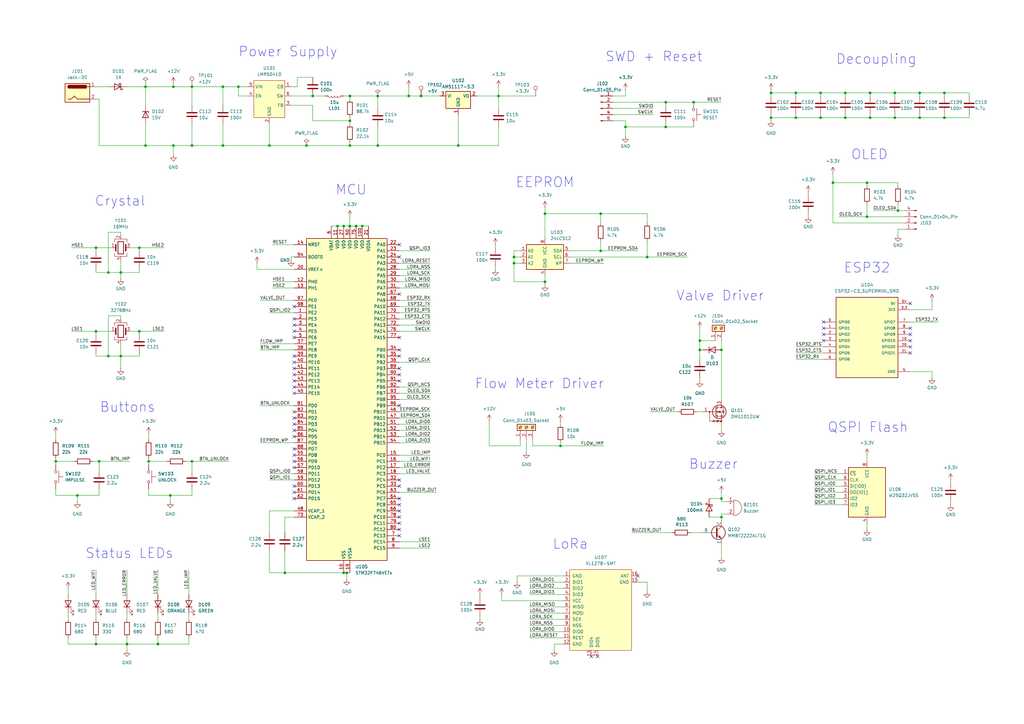
<source format=kicad_sch>
(kicad_sch (version 20231120) (generator "eeschema") (generator_version "8.0")
  (paper "A3")
  (title_block (title "LeakGuard Main Unit") (company "ZPI 2024/2025") (comment 1 "Łukasz Świszcz 266576") (comment 2 "Szymon Jędrzejczak 266867") (comment 3 "Philip Hart 266855") (comment 4 "Szymon Wieczorek 266586"))
  (junction (at 39.37 135.89))
  (junction (at 246.38 102.87))
  (junction (at 356.87 48.26))
  (junction (at 368.3 86.36))
  (junction (at 287.02 143.51))
  (junction (at 355.6 88.9))
  (junction (at 140.97 234.95))
  (junction (at 49.53 146.05))
  (junction (at 273.05 41.91))
  (junction (at 71.12 59.69))
  (junction (at 223.52 87.63))
  (junction (at 78.74 189.23))
  (junction (at 256.54 52.07))
  (junction (at 64.77 264.16))
  (junction (at 346.71 38.1))
  (junction (at 69.85 203.2))
  (junction (at 187.96 59.69))
  (junction (at 143.51 92.71))
  (junction (at 71.12 35.56))
  (junction (at 172.72 39.37))
  (junction (at 204.47 39.37))
  (junction (at 273.05 52.07))
  (junction (at 57.15 135.89))
  (junction (at 57.15 101.6))
  (junction (at 146.05 92.71))
  (junction (at 148.59 92.71))
  (junction (at 246.38 87.63))
  (junction (at 78.74 35.56))
  (junction (at 116.84 234.95))
  (junction (at 336.55 38.1))
  (junction (at 346.71 48.26))
  (junction (at 128.27 39.37))
  (junction (at 284.48 41.91))
  (junction (at 143.51 49.53))
  (junction (at 367.03 38.1))
  (junction (at 341.63 74.93))
  (junction (at 295.91 143.51))
  (junction (at 387.35 38.1))
  (junction (at 229.87 182.88))
  (junction (at 49.53 111.76))
  (junction (at 97.79 35.56))
  (junction (at 22.86 189.23))
  (junction (at 336.55 48.26))
  (junction (at 355.6 74.93))
  (junction (at 31.75 203.2))
  (junction (at 287.02 139.7))
  (junction (at 39.37 101.6))
  (junction (at 110.49 59.69))
  (junction (at 316.23 38.1))
  (junction (at 44.45 111.76))
  (junction (at 59.69 59.69))
  (junction (at 387.35 48.26))
  (junction (at 138.43 92.71))
  (junction (at 78.74 59.69))
  (junction (at 44.45 146.05))
  (junction (at 59.69 35.56))
  (junction (at 140.97 92.71))
  (junction (at 143.51 39.37))
  (junction (at 265.43 105.41))
  (junction (at 142.24 234.95))
  (junction (at 326.39 38.1))
  (junction (at 223.52 115.57))
  (junction (at 154.94 59.69))
  (junction (at 91.44 35.56))
  (junction (at 316.23 48.26))
  (junction (at 295.91 212.09))
  (junction (at 143.51 59.69))
  (junction (at 377.19 48.26))
  (junction (at 295.91 204.47))
  (junction (at 125.73 59.69))
  (junction (at 91.44 59.69))
  (junction (at 154.94 39.37))
  (junction (at 356.87 38.1))
  (junction (at 326.39 48.26))
  (junction (at 377.19 38.1))
  (junction (at 60.96 189.23))
  (junction (at 52.07 264.16))
  (junction (at 210.82 107.95))
  (junction (at 167.64 39.37))
  (junction (at 39.37 264.16))
  (junction (at 210.82 105.41))
  (junction (at 367.03 48.26))
  (junction (at 40.64 189.23))
  (no_connect (at 120.65 133.35))
  (no_connect (at 163.83 153.67))
  (no_connect (at 120.65 146.05))
  (no_connect (at 120.65 135.89))
  (no_connect (at 373.38 124.46))
  (no_connect (at 373.38 142.24))
  (no_connect (at 242.57 269.24))
  (no_connect (at 120.65 130.81))
  (no_connect (at 163.83 151.13))
  (no_connect (at 163.83 120.65))
  (no_connect (at 337.82 134.62))
  (no_connect (at 373.38 134.62))
  (no_connect (at 163.83 217.17))
  (no_connect (at 120.65 173.99))
  (no_connect (at 373.38 144.78))
  (no_connect (at 163.83 166.37))
  (no_connect (at 373.38 137.16))
  (no_connect (at 120.65 148.59))
  (no_connect (at 120.65 199.39))
  (no_connect (at 163.83 204.47))
  (no_connect (at 163.83 196.85))
  (no_connect (at 163.83 100.33))
  (no_connect (at 120.65 186.69))
  (no_connect (at 163.83 143.51))
  (no_connect (at 120.65 184.15))
  (no_connect (at 163.83 156.21))
  (no_connect (at 120.65 151.13))
  (no_connect (at 120.65 179.07))
  (no_connect (at 120.65 156.21))
  (no_connect (at 261.62 236.22))
  (no_connect (at 245.11 269.24))
  (no_connect (at 120.65 189.23))
  (no_connect (at 120.65 125.73))
  (no_connect (at 120.65 138.43))
  (no_connect (at 120.65 168.91))
  (no_connect (at 120.65 204.47))
  (no_connect (at 163.83 209.55))
  (no_connect (at 163.83 199.39))
  (no_connect (at 163.83 138.43))
  (no_connect (at 120.65 201.93))
  (no_connect (at 163.83 212.09))
  (no_connect (at 337.82 137.16))
  (no_connect (at 120.65 191.77))
  (no_connect (at 163.83 207.01))
  (no_connect (at 163.83 105.41))
  (no_connect (at 120.65 171.45))
  (no_connect (at 120.65 158.75))
  (no_connect (at 163.83 214.63))
  (no_connect (at 163.83 146.05))
  (no_connect (at 120.65 176.53))
  (no_connect (at 337.82 139.7))
  (no_connect (at 373.38 139.7))
  (no_connect (at 120.65 153.67))
  (no_connect (at 120.65 161.29))
  (no_connect (at 163.83 219.71))
  (no_connect (at 337.82 132.08))
  (wire (pts (xy 355.6 88.9) (xy 370.84 88.9)))
  (wire (pts (xy 31.75 203.2) (xy 40.64 203.2)))
  (wire (pts (xy 295.91 143.51) (xy 295.91 163.83)))
  (wire (pts (xy 77.47 264.16) (xy 77.47 261.62)))
  (wire (pts (xy 295.91 223.52) (xy 295.91 228.6)))
  (wire (pts (xy 78.74 59.69) (xy 91.44 59.69)))
  (wire (pts (xy 40.64 59.69) (xy 59.69 59.69)))
  (wire (pts (xy 163.83 222.25) (xy 176.53 222.25)))
  (wire (pts (xy 49.53 129.54) (xy 49.53 130.81)))
  (wire (pts (xy 59.69 35.56) (xy 71.12 35.56)))
  (wire (pts (xy 251.46 41.91) (xy 273.05 41.91)))
  (wire (pts (xy 154.94 52.07) (xy 154.94 59.69)))
  (wire (pts (xy 49.53 111.76) (xy 57.15 111.76)))
  (wire (pts (xy 251.46 49.53) (xy 256.54 49.53)))
  (wire (pts (xy 57.15 137.16) (xy 57.15 135.89)))
  (wire (pts (xy 287.02 134.62) (xy 287.02 139.7)))
  (wire (pts (xy 143.51 49.53) (xy 128.27 49.53)))
  (wire (pts (xy 39.37 146.05) (xy 39.37 144.78)))
  (wire (pts (xy 140.97 234.95) (xy 142.24 234.95)))
  (wire (pts (xy 196.85 252.73) (xy 196.85 254)))
  (wire (pts (xy 163.83 201.93) (xy 179.07 201.93)))
  (wire (pts (xy 217.17 259.08) (xy 231.14 259.08)))
  (wire (pts (xy 316.23 48.26) (xy 326.39 48.26)))
  (wire (pts (xy 120.65 105.41) (xy 119.38 105.41)))
  (wire (pts (xy 382.27 123.19) (xy 382.27 127)))
  (wire (pts (xy 217.17 248.92) (xy 231.14 248.92)))
  (wire (pts (xy 57.15 111.76) (xy 57.15 110.49)))
  (wire (pts (xy 116.84 226.06) (xy 116.84 234.95)))
  (wire (pts (xy 154.94 39.37) (xy 154.94 44.45)))
  (wire (pts (xy 273.05 41.91) (xy 284.48 41.91)))
  (wire (pts (xy 326.39 38.1) (xy 326.39 39.37)))
  (wire (pts (xy 44.45 129.54) (xy 44.45 146.05)))
  (wire (pts (xy 368.3 93.98) (xy 368.3 96.52)))
  (wire (pts (xy 290.83 204.47) (xy 295.91 204.47)))
  (wire (pts (xy 110.49 209.55) (xy 110.49 218.44)))
  (wire (pts (xy 91.44 59.69) (xy 110.49 59.69)))
  (wire (pts (xy 295.91 201.93) (xy 295.91 204.47)))
  (wire (pts (xy 49.53 106.68) (xy 49.53 111.76)))
  (wire (pts (xy 336.55 38.1) (xy 346.71 38.1)))
  (wire (pts (xy 163.83 181.61) (xy 176.53 181.61)))
  (wire (pts (xy 227.33 264.16) (xy 227.33 266.7)))
  (wire (pts (xy 355.6 83.82) (xy 355.6 88.9)))
  (wire (pts (xy 341.63 74.93) (xy 355.6 74.93)))
  (wire (pts (xy 52.07 251.46) (xy 52.07 254)))
  (wire (pts (xy 298.45 205.74) (xy 295.91 205.74)))
  (wire (pts (xy 231.14 264.16) (xy 227.33 264.16)))
  (wire (pts (xy 143.51 49.53) (xy 143.51 48.26)))
  (wire (pts (xy 163.83 171.45) (xy 176.53 171.45)))
  (wire (pts (xy 256.54 52.07) (xy 256.54 55.88)))
  (wire (pts (xy 40.64 203.2) (xy 40.64 200.66)))
  (wire (pts (xy 213.36 182.88) (xy 200.66 182.88)))
  (wire (pts (xy 40.64 189.23) (xy 53.34 189.23)))
  (wire (pts (xy 295.91 173.99) (xy 295.91 176.53)))
  (wire (pts (xy 125.73 59.69) (xy 143.51 59.69)))
  (wire (pts (xy 163.83 128.27) (xy 176.53 128.27)))
  (wire (pts (xy 203.2 109.22) (xy 203.2 110.49)))
  (wire (pts (xy 64.77 261.62) (xy 64.77 264.16)))
  (wire (pts (xy 195.58 39.37) (xy 204.47 39.37)))
  (wire (pts (xy 38.1 189.23) (xy 40.64 189.23)))
  (wire (pts (xy 22.86 189.23) (xy 30.48 189.23)))
  (wire (pts (xy 204.47 52.07) (xy 204.47 59.69)))
  (wire (pts (xy 106.68 181.61) (xy 120.65 181.61)))
  (wire (pts (xy 163.83 135.89) (xy 176.53 135.89)))
  (wire (pts (xy 387.35 38.1) (xy 397.51 38.1)))
  (wire (pts (xy 111.76 118.11) (xy 120.65 118.11)))
  (wire (pts (xy 204.47 59.69) (xy 187.96 59.69)))
  (wire (pts (xy 233.68 107.95) (xy 247.65 107.95)))
  (wire (pts (xy 163.83 148.59) (xy 176.53 148.59)))
  (wire (pts (xy 205.74 243.84) (xy 205.74 246.38)))
  (wire (pts (xy 111.76 115.57) (xy 120.65 115.57)))
  (wire (pts (xy 229.87 182.88) (xy 247.65 182.88)))
  (wire (pts (xy 336.55 46.99) (xy 336.55 48.26)))
  (wire (pts (xy 382.27 152.4) (xy 382.27 154.94)))
  (wire (pts (xy 212.09 236.22) (xy 212.09 238.76)))
  (wire (pts (xy 163.83 123.19) (xy 176.53 123.19)))
  (wire (pts (xy 71.12 59.69) (xy 78.74 59.69)))
  (wire (pts (xy 163.83 224.79) (xy 176.53 224.79)))
  (wire (pts (xy 346.71 38.1) (xy 356.87 38.1)))
  (wire (pts (xy 39.37 101.6) (xy 45.72 101.6)))
  (wire (pts (xy 140.97 234.95) (xy 116.84 234.95)))
  (wire (pts (xy 397.51 48.26) (xy 387.35 48.26)))
  (wire (pts (xy 389.89 205.74) (xy 389.89 207.01)))
  (wire (pts (xy 163.83 130.81) (xy 176.53 130.81)))
  (wire (pts (xy 163.83 133.35) (xy 176.53 133.35)))
  (wire (pts (xy 78.74 203.2) (xy 78.74 200.66)))
  (wire (pts (xy 91.44 35.56) (xy 91.44 43.18)))
  (wire (pts (xy 163.83 110.49) (xy 176.53 110.49)))
  (wire (pts (xy 27.94 251.46) (xy 27.94 254)))
  (wire (pts (xy 355.6 186.69) (xy 355.6 189.23)))
  (wire (pts (xy 334.01 207.01) (xy 345.44 207.01)))
  (wire (pts (xy 71.12 34.29) (xy 71.12 35.56)))
  (wire (pts (xy 135.89 92.71) (xy 138.43 92.71)))
  (wire (pts (xy 163.83 191.77) (xy 176.53 191.77)))
  (wire (pts (xy 167.64 35.56) (xy 167.64 39.37)))
  (wire (pts (xy 119.38 39.37) (xy 128.27 39.37)))
  (wire (pts (xy 373.38 132.08) (xy 384.81 132.08)))
  (wire (pts (xy 265.43 99.06) (xy 265.43 105.41)))
  (wire (pts (xy 49.53 96.52) (xy 49.53 95.25)))
  (wire (pts (xy 368.3 86.36) (xy 370.84 86.36)))
  (wire (pts (xy 356.87 46.99) (xy 356.87 48.26)))
  (wire (pts (xy 143.51 88.9) (xy 143.51 92.71)))
  (wire (pts (xy 367.03 38.1) (xy 377.19 38.1)))
  (wire (pts (xy 295.91 212.09) (xy 295.91 213.36)))
  (wire (pts (xy 59.69 50.8) (xy 59.69 59.69)))
  (wire (pts (xy 140.97 92.71) (xy 143.51 92.71)))
  (wire (pts (xy 373.38 127) (xy 382.27 127)))
  (wire (pts (xy 368.3 83.82) (xy 368.3 86.36)))
  (wire (pts (xy 163.83 113.03) (xy 176.53 113.03)))
  (wire (pts (xy 163.83 163.83) (xy 176.53 163.83)))
  (wire (pts (xy 346.71 46.99) (xy 346.71 48.26)))
  (wire (pts (xy 121.92 35.56) (xy 121.92 31.75)))
  (wire (pts (xy 246.38 102.87) (xy 261.62 102.87)))
  (wire (pts (xy 39.37 35.56) (xy 44.45 35.56)))
  (wire (pts (xy 259.08 218.44) (xy 275.59 218.44)))
  (wire (pts (xy 154.94 59.69) (xy 143.51 59.69)))
  (wire (pts (xy 387.35 46.99) (xy 387.35 48.26)))
  (wire (pts (xy 77.47 233.68) (xy 77.47 243.84)))
  (wire (pts (xy 251.46 46.99) (xy 267.97 46.99)))
  (wire (pts (xy 326.39 46.99) (xy 326.39 48.26)))
  (wire (pts (xy 265.43 87.63) (xy 265.43 91.44)))
  (wire (pts (xy 172.72 39.37) (xy 180.34 39.37)))
  (wire (pts (xy 346.71 38.1) (xy 346.71 39.37)))
  (wire (pts (xy 355.6 214.63) (xy 355.6 217.17)))
  (wire (pts (xy 154.94 59.69) (xy 187.96 59.69)))
  (wire (pts (xy 256.54 36.83) (xy 256.54 39.37)))
  (wire (pts (xy 31.75 203.2) (xy 31.75 205.74)))
  (wire (pts (xy 64.77 264.16) (xy 77.47 264.16)))
  (wire (pts (xy 52.07 261.62) (xy 52.07 264.16)))
  (wire (pts (xy 163.83 115.57) (xy 176.53 115.57)))
  (wire (pts (xy 146.05 92.71) (xy 148.59 92.71)))
  (wire (pts (xy 187.96 46.99) (xy 187.96 59.69)))
  (wire (pts (xy 210.82 107.95) (xy 210.82 115.57)))
  (wire (pts (xy 76.2 189.23) (xy 78.74 189.23)))
  (wire (pts (xy 204.47 35.56) (xy 204.47 39.37)))
  (wire (pts (xy 49.53 146.05) (xy 49.53 151.13)))
  (wire (pts (xy 142.24 234.95) (xy 142.24 237.49)))
  (wire (pts (xy 39.37 111.76) (xy 39.37 110.49)))
  (wire (pts (xy 326.39 38.1) (xy 336.55 38.1)))
  (wire (pts (xy 295.91 139.7) (xy 295.91 143.51)))
  (wire (pts (xy 218.44 180.34) (xy 218.44 182.88)))
  (wire (pts (xy 336.55 38.1) (xy 336.55 39.37)))
  (wire (pts (xy 377.19 48.26) (xy 387.35 48.26)))
  (wire (pts (xy 356.87 38.1) (xy 356.87 39.37)))
  (wire (pts (xy 204.47 39.37) (xy 219.71 39.37)))
  (wire (pts (xy 341.63 74.93) (xy 341.63 91.44)))
  (wire (pts (xy 397.51 38.1) (xy 397.51 39.37)))
  (wire (pts (xy 295.91 210.82) (xy 295.91 212.09)))
  (wire (pts (xy 163.83 189.23) (xy 176.53 189.23)))
  (wire (pts (xy 210.82 105.41) (xy 210.82 107.95)))
  (wire (pts (xy 334.01 194.31) (xy 345.44 194.31)))
  (wire (pts (xy 39.37 264.16) (xy 52.07 264.16)))
  (wire (pts (xy 119.38 35.56) (xy 121.92 35.56)))
  (wire (pts (xy 356.87 38.1) (xy 367.03 38.1)))
  (wire (pts (xy 246.38 87.63) (xy 265.43 87.63)))
  (wire (pts (xy 355.6 76.2) (xy 355.6 74.93)))
  (wire (pts (xy 163.83 194.31) (xy 176.53 194.31)))
  (wire (pts (xy 196.85 243.84) (xy 196.85 245.11)))
  (wire (pts (xy 265.43 105.41) (xy 281.94 105.41)))
  (wire (pts (xy 110.49 59.69) (xy 125.73 59.69)))
  (wire (pts (xy 40.64 189.23) (xy 40.64 193.04)))
  (wire (pts (xy 346.71 48.26) (xy 356.87 48.26)))
  (wire (pts (xy 110.49 128.27) (xy 120.65 128.27)))
  (wire (pts (xy 397.51 46.99) (xy 397.51 48.26)))
  (wire (pts (xy 49.53 140.97) (xy 49.53 146.05)))
  (wire (pts (xy 298.45 210.82) (xy 295.91 210.82)))
  (wire (pts (xy 210.82 102.87) (xy 210.82 105.41)))
  (wire (pts (xy 285.75 168.91) (xy 288.29 168.91)))
  (wire (pts (xy 163.83 168.91) (xy 176.53 168.91)))
  (wire (pts (xy 273.05 43.18) (xy 273.05 41.91)))
  (wire (pts (xy 290.83 212.09) (xy 295.91 212.09)))
  (wire (pts (xy 91.44 35.56) (xy 97.79 35.56)))
  (wire (pts (xy 210.82 105.41) (xy 213.36 105.41)))
  (wire (pts (xy 273.05 52.07) (xy 273.05 50.8)))
  (wire (pts (xy 106.68 140.97) (xy 120.65 140.97)))
  (wire (pts (xy 105.41 110.49) (xy 105.41 107.95)))
  (wire (pts (xy 223.52 113.03) (xy 223.52 115.57)))
  (wire (pts (xy 60.96 200.66) (xy 60.96 203.2)))
  (wire (pts (xy 22.86 189.23) (xy 22.86 190.5)))
  (wire (pts (xy 163.83 118.11) (xy 176.53 118.11)))
  (wire (pts (xy 110.49 50.8) (xy 110.49 59.69)))
  (wire (pts (xy 367.03 38.1) (xy 367.03 39.37)))
  (wire (pts (xy 218.44 182.88) (xy 229.87 182.88)))
  (wire (pts (xy 367.03 46.99) (xy 367.03 48.26)))
  (wire (pts (xy 217.17 261.62) (xy 231.14 261.62)))
  (wire (pts (xy 91.44 50.8) (xy 91.44 59.69)))
  (wire (pts (xy 27.94 264.16) (xy 39.37 264.16)))
  (wire (pts (xy 163.83 158.75) (xy 176.53 158.75)))
  (wire (pts (xy 373.38 152.4) (xy 382.27 152.4)))
  (wire (pts (xy 40.64 40.64) (xy 40.64 59.69)))
  (wire (pts (xy 57.15 102.87) (xy 57.15 101.6)))
  (wire (pts (xy 200.66 182.88) (xy 200.66 172.72)))
  (wire (pts (xy 231.14 246.38) (xy 205.74 246.38)))
  (wire (pts (xy 287.02 143.51) (xy 288.29 143.51)))
  (wire (pts (xy 128.27 39.37) (xy 133.35 39.37)))
  (wire (pts (xy 44.45 146.05) (xy 49.53 146.05)))
  (wire (pts (xy 229.87 181.61) (xy 229.87 182.88)))
  (wire (pts (xy 143.51 39.37) (xy 154.94 39.37)))
  (wire (pts (xy 78.74 189.23) (xy 93.98 189.23)))
  (wire (pts (xy 389.89 196.85) (xy 389.89 198.12)))
  (wire (pts (xy 266.7 168.91) (xy 278.13 168.91)))
  (wire (pts (xy 59.69 35.56) (xy 59.69 43.18)))
  (wire (pts (xy 39.37 137.16) (xy 39.37 135.89)))
  (wire (pts (xy 326.39 144.78) (xy 337.82 144.78)))
  (wire (pts (xy 326.39 48.26) (xy 336.55 48.26)))
  (wire (pts (xy 334.01 204.47) (xy 345.44 204.47)))
  (wire (pts (xy 370.84 93.98) (xy 368.3 93.98)))
  (wire (pts (xy 39.37 102.87) (xy 39.37 101.6)))
  (wire (pts (xy 246.38 99.06) (xy 246.38 102.87)))
  (wire (pts (xy 22.86 203.2) (xy 31.75 203.2)))
  (wire (pts (xy 256.54 52.07) (xy 256.54 49.53)))
  (wire (pts (xy 116.84 212.09) (xy 116.84 218.44)))
  (wire (pts (xy 143.51 39.37) (xy 143.51 40.64)))
  (wire (pts (xy 217.17 241.3) (xy 231.14 241.3)))
  (wire (pts (xy 57.15 135.89) (xy 67.31 135.89)))
  (wire (pts (xy 223.52 87.63) (xy 223.52 97.79)))
  (wire (pts (xy 331.47 78.74) (xy 331.47 80.01)))
  (wire (pts (xy 143.51 50.8) (xy 143.51 49.53)))
  (wire (pts (xy 142.24 234.95) (xy 143.51 234.95)))
  (wire (pts (xy 223.52 87.63) (xy 246.38 87.63)))
  (wire (pts (xy 287.02 147.32) (xy 287.02 143.51)))
  (wire (pts (xy 217.17 256.54) (xy 231.14 256.54)))
  (wire (pts (xy 377.19 46.99) (xy 377.19 48.26)))
  (wire (pts (xy 27.94 261.62) (xy 27.94 264.16)))
  (wire (pts (xy 293.37 139.7) (xy 287.02 139.7)))
  (wire (pts (xy 213.36 102.87) (xy 210.82 102.87)))
  (wire (pts (xy 53.34 101.6) (xy 57.15 101.6)))
  (wire (pts (xy 59.69 34.29) (xy 59.69 35.56)))
  (wire (pts (xy 284.48 41.91) (xy 295.91 41.91)))
  (wire (pts (xy 287.02 154.94) (xy 287.02 156.21)))
  (wire (pts (xy 355.6 74.93) (xy 368.3 74.93)))
  (wire (pts (xy 283.21 218.44) (xy 288.29 218.44)))
  (wire (pts (xy 106.68 143.51) (xy 120.65 143.51)))
  (wire (pts (xy 60.96 189.23) (xy 68.58 189.23)))
  (wire (pts (xy 27.94 241.3) (xy 27.94 243.84)))
  (wire (pts (xy 22.86 187.96) (xy 22.86 189.23)))
  (wire (pts (xy 163.83 102.87) (xy 176.53 102.87)))
  (wire (pts (xy 163.83 161.29) (xy 176.53 161.29)))
  (wire (pts (xy 229.87 172.72) (xy 229.87 173.99)))
  (wire (pts (xy 128.27 49.53) (xy 128.27 43.18)))
  (wire (pts (xy 106.68 123.19) (xy 120.65 123.19)))
  (wire (pts (xy 22.86 200.66) (xy 22.86 203.2)))
  (wire (pts (xy 163.83 176.53) (xy 176.53 176.53)))
  (wire (pts (xy 334.01 201.93) (xy 345.44 201.93)))
  (wire (pts (xy 69.85 203.2) (xy 69.85 205.74)))
  (wire (pts (xy 368.3 74.93) (xy 368.3 76.2)))
  (wire (pts (xy 284.48 52.07) (xy 273.05 52.07)))
  (wire (pts (xy 111.76 100.33) (xy 120.65 100.33)))
  (wire (pts (xy 97.79 39.37) (xy 97.79 35.56)))
  (wire (pts (xy 57.15 101.6) (xy 67.31 101.6)))
  (wire (pts (xy 40.64 40.64) (xy 39.37 40.64)))
  (wire (pts (xy 163.83 107.95) (xy 176.53 107.95)))
  (wire (pts (xy 39.37 135.89) (xy 45.72 135.89)))
  (wire (pts (xy 71.12 35.56) (xy 78.74 35.56)))
  (wire (pts (xy 44.45 111.76) (xy 49.53 111.76)))
  (wire (pts (xy 265.43 238.76) (xy 265.43 242.57)))
  (wire (pts (xy 154.94 39.37) (xy 167.64 39.37)))
  (wire (pts (xy 49.53 95.25) (xy 44.45 95.25)))
  (wire (pts (xy 128.27 43.18) (xy 119.38 43.18)))
  (wire (pts (xy 143.51 92.71) (xy 146.05 92.71)))
  (wire (pts (xy 119.38 105.41) (xy 119.38 106.68)))
  (wire (pts (xy 60.96 189.23) (xy 60.96 190.5)))
  (wire (pts (xy 110.49 234.95) (xy 110.49 226.06)))
  (wire (pts (xy 356.87 48.26) (xy 367.03 48.26)))
  (wire (pts (xy 52.07 35.56) (xy 59.69 35.56)))
  (wire (pts (xy 77.47 251.46) (xy 77.47 254)))
  (wire (pts (xy 377.19 38.1) (xy 387.35 38.1)))
  (wire (pts (xy 138.43 92.71) (xy 140.97 92.71)))
  (wire (pts (xy 231.14 236.22) (xy 212.09 236.22)))
  (wire (pts (xy 121.92 31.75) (xy 128.27 31.75)))
  (wire (pts (xy 163.83 125.73) (xy 176.53 125.73)))
  (wire (pts (xy 377.19 38.1) (xy 377.19 39.37)))
  (wire (pts (xy 217.17 254) (xy 231.14 254)))
  (wire (pts (xy 57.15 146.05) (xy 57.15 144.78)))
  (wire (pts (xy 387.35 38.1) (xy 387.35 39.37)))
  (wire (pts (xy 326.39 142.24) (xy 337.82 142.24)))
  (wire (pts (xy 52.07 264.16) (xy 64.77 264.16)))
  (wire (pts (xy 69.85 203.2) (xy 78.74 203.2)))
  (wire (pts (xy 64.77 251.46) (xy 64.77 254)))
  (wire (pts (xy 44.45 95.25) (xy 44.45 111.76)))
  (wire (pts (xy 326.39 147.32) (xy 337.82 147.32)))
  (wire (pts (xy 316.23 38.1) (xy 316.23 39.37)))
  (wire (pts (xy 78.74 35.56) (xy 91.44 35.56)))
  (wire (pts (xy 215.9 180.34) (xy 215.9 185.42)))
  (wire (pts (xy 120.65 209.55) (xy 110.49 209.55)))
  (wire (pts (xy 210.82 115.57) (xy 223.52 115.57)))
  (wire (pts (xy 251.46 44.45) (xy 267.97 44.45)))
  (wire (pts (xy 203.2 100.33) (xy 203.2 101.6)))
  (wire (pts (xy 49.53 129.54) (xy 44.45 129.54)))
  (wire (pts (xy 344.17 88.9) (xy 355.6 88.9)))
  (wire (pts (xy 140.97 39.37) (xy 143.51 39.37)))
  (wire (pts (xy 213.36 180.34) (xy 213.36 182.88)))
  (wire (pts (xy 210.82 107.95) (xy 213.36 107.95)))
  (wire (pts (xy 233.68 105.41) (xy 265.43 105.41)))
  (wire (pts (xy 316.23 48.26) (xy 316.23 49.53)))
  (wire (pts (xy 334.01 196.85) (xy 345.44 196.85)))
  (wire (pts (xy 204.47 39.37) (xy 204.47 44.45)))
  (wire (pts (xy 143.51 59.69) (xy 143.51 58.42)))
  (wire (pts (xy 22.86 177.8) (xy 22.86 180.34)))
  (wire (pts (xy 341.63 71.12) (xy 341.63 74.93)))
  (wire (pts (xy 316.23 38.1) (xy 326.39 38.1)))
  (wire (pts (xy 261.62 238.76) (xy 265.43 238.76)))
  (wire (pts (xy 246.38 91.44) (xy 246.38 87.63)))
  (wire (pts (xy 120.65 212.09) (xy 116.84 212.09)))
  (wire (pts (xy 53.34 135.89) (xy 57.15 135.89)))
  (wire (pts (xy 101.6 39.37) (xy 97.79 39.37)))
  (wire (pts (xy 39.37 261.62) (xy 39.37 264.16)))
  (wire (pts (xy 163.83 186.69) (xy 176.53 186.69)))
  (wire (pts (xy 163.83 179.07) (xy 176.53 179.07)))
  (wire (pts (xy 39.37 111.76) (xy 44.45 111.76)))
  (wire (pts (xy 370.84 91.44) (xy 341.63 91.44)))
  (wire (pts (xy 316.23 46.99) (xy 316.23 48.26)))
  (wire (pts (xy 223.52 115.57) (xy 223.52 116.84)))
  (wire (pts (xy 110.49 196.85) (xy 120.65 196.85)))
  (wire (pts (xy 295.91 204.47) (xy 295.91 205.74)))
  (wire (pts (xy 167.64 39.37) (xy 172.72 39.37)))
  (wire (pts (xy 52.07 233.68) (xy 52.07 243.84)))
  (wire (pts (xy 334.01 199.39) (xy 345.44 199.39)))
  (wire (pts (xy 367.03 48.26) (xy 377.19 48.26)))
  (wire (pts (xy 217.17 251.46) (xy 231.14 251.46)))
  (wire (pts (xy 217.17 243.84) (xy 231.14 243.84)))
  (wire (pts (xy 78.74 189.23) (xy 78.74 193.04)))
  (wire (pts (xy 217.17 238.76) (xy 231.14 238.76)))
  (wire (pts (xy 287.02 139.7) (xy 287.02 143.51)))
  (wire (pts (xy 110.49 194.31) (xy 120.65 194.31)))
  (wire (pts (xy 52.07 264.16) (xy 52.07 266.7)))
  (wire (pts (xy 78.74 35.56) (xy 78.74 43.18)))
  (wire (pts (xy 116.84 234.95) (xy 110.49 234.95)))
  (wire (pts (xy 120.65 110.49) (xy 105.41 110.49)))
  (wire (pts (xy 59.69 59.69) (xy 71.12 59.69)))
  (wire (pts (xy 39.37 251.46) (xy 39.37 254)))
  (wire (pts (xy 256.54 52.07) (xy 273.05 52.07)))
  (wire (pts (xy 233.68 102.87) (xy 246.38 102.87)))
  (wire (pts (xy 358.14 86.36) (xy 368.3 86.36)))
  (wire (pts (xy 49.53 111.76) (xy 49.53 114.3)))
  (wire (pts (xy 331.47 87.63) (xy 331.47 88.9)))
  (wire (pts (xy 251.46 39.37) (xy 256.54 39.37)))
  (wire (pts (xy 106.68 166.37) (xy 120.65 166.37)))
  (wire (pts (xy 163.83 173.99) (xy 176.53 173.99)))
  (wire (pts (xy 64.77 233.68) (xy 64.77 243.84)))
  (wire (pts (xy 39.37 146.05) (xy 44.45 146.05)))
  (wire (pts (xy 71.12 59.69) (xy 71.12 63.5)))
  (wire (pts (xy 316.23 36.83) (xy 316.23 38.1)))
  (wire (pts (xy 29.21 135.89) (xy 39.37 135.89)))
  (wire (pts (xy 39.37 233.68) (xy 39.37 243.84)))
  (wire (pts (xy 148.59 92.71) (xy 151.13 92.71)))
  (wire (pts (xy 97.79 35.56) (xy 101.6 35.56)))
  (wire (pts (xy 60.96 187.96) (xy 60.96 189.23)))
  (wire (pts (xy 60.96 203.2) (xy 69.85 203.2)))
  (wire (pts (xy 78.74 50.8) (xy 78.74 59.69)))
  (wire (pts (xy 49.53 146.05) (xy 57.15 146.05)))
  (wire (pts (xy 60.96 177.8) (xy 60.96 180.34)))
  (wire (pts (xy 336.55 48.26) (xy 346.71 48.26)))
  (wire (pts (xy 223.52 85.09) (xy 223.52 87.63)))
  (wire (pts (xy 29.21 101.6) (xy 39.37 101.6)))
  (text "Flow Meter Driver" (at 221.234 157.48 0) (effects (font (size 4 4))))
  (text "QSPI Flash\n" (at 355.9925 175.3871 0) (effects (font (size 4 4))))
  (text "SWD + Reset" (at 268.224 23.368 0) (effects (font (size 4 4))))
  (text "Valve Driver" (at 295.402 121.412 0) (effects (font (size 4 4))))
  (text "Buttons" (at 52.324 167.132 0) (effects (font (size 4 4))))
  (text "Power Supply" (at 118.11 21.336 0) (effects (font (size 4 4))))
  (text "Decoupling" (at 359.41 24.384 0) (effects (font (size 4 4))))
  (text "LoRa" (at 233.934 223.266 0) (effects (font (size 4 4))))
  (text "EEPROM\n" (at 223.52 74.93 0) (effects (font (size 4 4))))
  (text "MCU" (at 144.018 77.978 0) (effects (font (size 4 4))))
  (text "Buzzer" (at 292.608 190.5 0) (effects (font (size 4 4))))
  (text "ESP32" (at 355.6 109.982 0) (effects (font (size 4 4))))
  (text "Crystal\n" (at 49.276 82.55 0) (effects (font (size 4 4))))
  (text "Status LEDs" (at 53.086 227.076 0) (effects (font (size 4 4))))
  (text "OLED" (at 356.616 63.5 0) (effects (font (size 4 4))))
  (label "LORA_NSS" (at 176.53 110.49 180))
  (label "BUZZER_OUT" (at 179.07 201.93 180))
  (label "EEPROM_SCK" (at 281.94 105.41 180))
  (label "RESET" (at 295.91 41.91 180))
  (label "QSPI_IO3" (at 334.01 207.01 0))
  (label "EEPROM_WP" (at 247.65 107.95 180))
  (label "OLED_SCK" (at 176.53 163.83 180))
  (label "LED_WIFI" (at 39.37 233.68 270))
  (label "HSE1" (at 111.76 115.57 0))
  (label "QSPI_IO3" (at 176.53 102.87 180))
  (label "LORA_DIO3" (at 176.53 181.61 180))
  (label "FLOW_IMP" (at 106.68 140.97 0))
  (label "LORA_DIO3" (at 217.17 243.84 0))
  (label "LORA_RESET" (at 176.53 107.95 180))
  (label "ESP32_CTS" (at 176.53 130.81 180))
  (label "LED_VALVE" (at 176.53 194.31 180))
  (label "SWCLK" (at 267.97 46.99 180))
  (label "SWDIO" (at 176.53 133.35 180))
  (label "OLED_SCK" (at 344.17 88.9 0))
  (label "LORA_RESET" (at 217.17 261.62 0))
  (label "LED_ERROR" (at 52.07 233.68 270))
  (label "LED_IMP" (at 77.47 233.68 270))
  (label "LORA_DIO0" (at 217.17 259.08 0))
  (label "SWCLK" (at 176.53 135.89 180))
  (label "LORA_DIO1" (at 217.17 238.76 0))
  (label "EEPROM_SDA" (at 176.53 171.45 180))
  (label "LSE2" (at 176.53 224.79 180))
  (label "QSPI_NCS" (at 176.53 158.75 180))
  (label "QSPI_IO2" (at 334.01 204.47 0))
  (label "LORA_NSS" (at 217.17 256.54 0))
  (label "VALVE_OUT" (at 106.68 123.19 0))
  (label "LORA_MOSI" (at 176.53 118.11 180))
  (label "EEPROM_WP" (at 106.68 181.61 0))
  (label "QSPI_CLK" (at 334.01 196.85 0))
  (label "LORA_MISO" (at 176.53 115.57 180))
  (label "LSE2" (at 67.31 135.89 180))
  (label "HSE2" (at 111.76 118.11 0))
  (label "ESP32_RX" (at 326.39 147.32 0))
  (label "LORA_MISO" (at 217.17 248.92 0))
  (label "BTN_IMP" (at 53.34 189.23 180))
  (label "QSPI_IO0" (at 334.01 199.39 0))
  (label "QSPI_IO1" (at 334.01 201.93 0))
  (label "LORA_SCK" (at 176.53 113.03 180))
  (label "LORA_DIO0" (at 176.53 173.99 180))
  (label "EEPROM_SDA" (at 261.62 102.87 180))
  (label "FLOW_IMP" (at 247.65 182.88 180))
  (label "SWDIO" (at 267.97 44.45 180))
  (label "BTN_UNLOCK" (at 93.98 189.23 180))
  (label "BTN_UNLOCK" (at 106.68 166.37 0))
  (label "LORA_MOSI" (at 217.17 251.46 0))
  (label "EEPROM_SCK" (at 176.53 168.91 180))
  (label "LSE1" (at 29.21 135.89 0))
  (label "QSPI_IO2" (at 110.49 128.27 0))
  (label "LORA_DIO2" (at 176.53 179.07 180))
  (label "BUZZER_OUT" (at 259.08 218.44 0))
  (label "RESET" (at 111.76 100.33 0))
  (label "LED_VALVE" (at 64.77 233.68 270))
  (label "BTN_IMP" (at 106.68 143.51 0))
  (label "OLED_SDA" (at 176.53 161.29 180))
  (label "OLED_SDA" (at 358.14 86.36 0))
  (label "LSE1" (at 176.53 222.25 180))
  (label "VALVE_OUT" (at 266.7 168.91 0))
  (label "HSE1" (at 29.21 101.6 0))
  (label "QSPI_IO1" (at 110.49 196.85 0))
  (label "ESP32_RTS" (at 326.39 142.24 0))
  (label "ESP32_CTS" (at 326.39 144.78 0))
  (label "LED_ERROR" (at 176.53 191.77 180))
  (label "LORA_DIO2" (at 217.17 241.3 0))
  (label "QSPI_CLK" (at 176.53 148.59 180))
  (label "ESP32_RX" (at 176.53 123.19 180))
  (label "QSPI_NCS" (at 334.01 194.31 0))
  (label "LED_WIFI" (at 176.53 189.23 180))
  (label "LORA_SCK" (at 217.17 254 0))
  (label "LED_IMP" (at 176.53 186.69 180))
  (label "QSPI_IO0" (at 110.49 194.31 0))
  (label "LORA_DIO1" (at 176.53 176.53 180))
  (label "ESP32_RTS" (at 176.53 128.27 180))
  (label "ESP32_TX" (at 176.53 125.73 180))
  (label "ESP32_TX" (at 384.81 132.08 180))
  (label "HSE2" (at 67.31 101.6 180))
  (symbol (lib_id "Device:R") (at 265.43 95.25 0) (unit 1)
    (property "Reference" "R106" (at 267.97 93.9799 0) (effects (justify left)))
    (property "Value" "4.7k" (at 267.97 96.5199 0) (effects (justify left)))
    (property "Footprint" "Resistor_SMD:R_0805_2012Metric_Pad1.20x1.40mm_HandSolder" (effects (hide yes)))
    (property "Description" "Resistor" (effects (hide yes)))
  )
  (symbol (lib_id "power:+12V") (at 71.12 34.29 0) (unit 1)
    (property "Reference" "#PWR0101" (effects (hide yes)))
    (property "Value" "+12V" (at 71.12 29.21 0))
    (property "Description" "Power symbol creates a global label with name \"+12V\"" (effects (hide yes)))
  )
  (symbol (lib_id "Device:R") (at 143.51 44.45 0) (unit 1)
    (property "Reference" "R101" (at 146.05 43.1799 0) (effects (justify left)))
    (property "Value" "88.7k" (at 146.05 45.7199 0) (effects (justify left)))
    (property "Footprint" "Resistor_SMD:R_0805_2012Metric_Pad1.20x1.40mm_HandSolder" (effects (hide yes)))
    (property "Description" "Resistor" (effects (hide yes)))
  )
  (symbol (lib_id "Switch:SW_Push") (at 22.86 195.58 270) (unit 1)
    (property "Reference" "SW102" (at 26.67 194.3099 90) (effects (justify left)))
    (property "Value" "IMPULSE" (at 26.67 196.8499 90) (effects (justify left)))
    (property "Footprint" "Button_Switch_SMD:SW_Push_1P1T_NO_6x6mm_H9.5mm" (effects (hide yes)))
    (property "Description" "Push button switch, generic, two pins" (effects (hide yes)))
  )
  (symbol (lib_id "Device:R") (at 39.37 257.81 0) (unit 1)
    (property "Reference" "R115" (at 41.91 256.5399 0) (effects (justify left)))
    (property "Value" "330" (at 41.91 259.0799 0) (effects (justify left)))
    (property "Footprint" "Resistor_SMD:R_0805_2012Metric_Pad1.20x1.40mm_HandSolder" (effects (hide yes)))
    (property "Description" "Resistor" (effects (hide yes)))
  )
  (symbol (lib_id "Device:C") (at 91.44 46.99 0) (unit 1)
    (property "Reference" "C113" (at 94.234 45.72 0) (effects (justify left)))
    (property "Value" "100n" (at 94.234 48.26 0) (effects (justify left)))
    (property "Footprint" "Capacitor_SMD:C_0805_2012Metric_Pad1.18x1.45mm_HandSolder" (effects (hide yes)))
    (property "Description" "Unpolarized capacitor" (effects (hide yes)))
  )
  (symbol (lib_id "power:+3.3V") (at 204.47 35.56 0) (unit 1)
    (property "Reference" "#PWR0103" (effects (hide yes)))
    (property "Value" "+3.3V" (at 204.47 30.48 0))
    (property "Description" "Power symbol creates a global label with name \"+3.3V\"" (effects (hide yes)))
  )
  (symbol (lib_id "Device:C") (at 204.47 48.26 0) (unit 1)
    (property "Reference" "C115" (at 207.518 46.99 0) (effects (justify left)))
    (property "Value" "10u" (at 207.518 49.53 0) (effects (justify left)))
    (property "Footprint" "Capacitor_SMD:C_0805_2012Metric_Pad1.18x1.45mm_HandSolder" (effects (hide yes)))
    (property "Description" "Unpolarized capacitor" (effects (hide yes)))
  )
  (symbol (lib_id "Device:LED") (at 39.37 247.65 90) (unit 1)
    (property "Reference" "D106" (at 43.18 247.9674 90) (effects (justify right)))
    (property "Value" "BLUE" (at 43.18 250.5074 90) (effects (justify right)))
    (property "Footprint" "LED_THT:LED_D3.0mm" (effects (hide yes)))
    (property "Description" "Light emitting diode" (effects (hide yes)))
  )
  (symbol (lib_id "power:PWR_FLAG") (at 125.73 59.69 0) (unit 1)
    (property "Reference" "#FLG0103" (effects (hide yes)))
    (property "Value" "PWR_FLAG" (at 125.73 54.61 0))
    (property "Description" "Special symbol for telling ERC where power comes from" (effects (hide yes)))
  )
  (symbol (lib_id "power:GND") (at 287.02 156.21 0) (mirror y) (unit 1)
    (property "Reference" "#PWR0225" (effects (hide yes)))
    (property "Value" "GND" (at 287.02 161.29 0))
    (property "Description" "Power symbol creates a global label with name \"GND\" , ground" (effects (hide yes)))
  )
  (symbol (lib_id "power:GND") (at 316.23 49.53 0) (mirror y) (unit 1)
    (property "Reference" "#PWR0106" (effects (hide yes)))
    (property "Value" "GND" (at 316.23 54.61 0))
    (property "Description" "Power symbol creates a global label with name \"GND\" , ground" (effects (hide yes)))
  )
  (symbol (lib_id "MCU_ST_STM32F7:STM32F746VETx") (at 140.97 163.83 0) (unit 1)
    (property "Reference" "U105" (at 145.7041 232.41 0) (effects (justify left)))
    (property "Value" "STM32F746VETx" (at 145.7041 234.95 0) (effects (justify left)))
    (property "Footprint" "Package_QFP:LQFP-100_14x14mm_P0.5mm" (effects (hide yes)))
    (property "Datasheet" "https://www.st.com/resource/en/datasheet/stm32f746ve.pdf" (effects (hide yes)))
    (property "Description" "STMicroelectronics Arm Cortex-M7 MCU, 512KB flash, 320KB RAM, 216 MHz, 1.7-3.6V, 82 GPIO, LQFP100" (effects (hide yes)))
  )
  (symbol (lib_id "power:GND") (at 196.85 254 0) (mirror y) (unit 1)
    (property "Reference" "#PWR0145" (effects (hide yes)))
    (property "Value" "GND" (at 196.85 258.064 0))
    (property "Description" "Power symbol creates a global label with name \"GND\" , ground" (effects (hide yes)))
  )
  (symbol (lib_id "Device:C") (at 128.27 35.56 0) (unit 1)
    (property "Reference" "C101" (at 131.318 34.29 0) (effects (justify left)))
    (property "Value" "100n" (at 131.318 36.83 0) (effects (justify left)))
    (property "Footprint" "Capacitor_SMD:C_0805_2012Metric_Pad1.18x1.45mm_HandSolder" (effects (hide yes)))
    (property "Description" "Unpolarized capacitor" (effects (hide yes)))
  )
  (symbol (lib_id "power:+12V") (at 287.02 134.62 0) (unit 1)
    (property "Reference" "#PWR0122" (effects (hide yes)))
    (property "Value" "+12V" (at 287.02 129.54 0))
    (property "Description" "Power symbol creates a global label with name \"+12V\"" (effects (hide yes)))
  )
  (symbol (lib_id "power:GND") (at 223.52 116.84 0) (mirror y) (unit 1)
    (property "Reference" "#PWR0120" (effects (hide yes)))
    (property "Value" "GND" (at 223.52 120.904 0))
    (property "Description" "Power symbol creates a global label with name \"GND\" , ground" (effects (hide yes)))
  )
  (symbol (lib_id "power:GND") (at 69.85 205.74 0) (mirror y) (unit 1)
    (property "Reference" "#PWR0135" (effects (hide yes)))
    (property "Value" "GND" (at 69.85 210.82 0))
    (property "Description" "Power symbol creates a global label with name \"GND\" , ground" (effects (hide yes)))
  )
  (symbol (lib_id "Device:R") (at 22.86 184.15 0) (unit 1)
    (property "Reference" "R109" (at 25.4 182.8799 0) (effects (justify left)))
    (property "Value" "22k" (at 25.4 185.4199 0) (effects (justify left)))
    (property "Footprint" "Resistor_SMD:R_0805_2012Metric_Pad1.20x1.40mm_HandSolder" (effects (hide yes)))
    (property "Description" "Resistor" (effects (hide yes)))
  )
  (symbol (lib_id "Device:C") (at 273.05 46.99 0) (unit 1)
    (property "Reference" "C111" (at 276.352 45.72 0) (effects (justify left)))
    (property "Value" "100n" (at 276.352 48.26 0) (effects (justify left)))
    (property "Footprint" "Capacitor_SMD:C_0805_2012Metric_Pad1.18x1.45mm_HandSolder" (effects (hide yes)))
    (property "Description" "Unpolarized capacitor" (effects (hide yes)))
  )
  (symbol (lib_id "power:GND") (at 295.91 228.6 0) (mirror y) (unit 1)
    (property "Reference" "#PWR0138" (effects (hide yes)))
    (property "Value" "GND" (at 295.91 233.68 0))
    (property "Description" "Power symbol creates a global label with name \"GND\" , ground" (effects (hide yes)))
  )
  (symbol (lib_id "Device:Buzzer") (at 300.99 208.28 0) (unit 1)
    (property "Reference" "BZ101" (at 304.8 207.0099 0) (effects (justify left)))
    (property "Value" "Buzzer" (at 304.8 209.5499 0) (effects (justify left)))
    (property "Footprint" "Buzzer_Beeper:Buzzer_TDK_PS1240P02BT_D12.2mm_H6.5mm" (effects (hide yes)))
    (property "Description" "Buzzer, polarized" (effects (hide yes)))
  )
  (symbol (lib_id "Device:C") (at 40.64 196.85 0) (unit 1)
    (property "Reference" "C123" (at 43.688 195.58 0) (effects (justify left)))
    (property "Value" "2.2u" (at 43.688 198.12 0) (effects (justify left)))
    (property "Footprint" "Capacitor_SMD:C_0805_2012Metric_Pad1.18x1.45mm_HandSolder" (effects (hide yes)))
    (property "Description" "Unpolarized capacitor" (effects (hide yes)))
  )
  (symbol (lib_id "Transistor_FET:DMG1012T") (at 293.37 168.91 0) (unit 1)
    (property "Reference" "Q101" (at 299.72 168.3384 0) (effects (justify left)))
    (property "Value" "DMG1012UW" (at 299.72 170.8784 0) (effects (justify left)))
    (property "Footprint" "Package_TO_SOT_SMD:SOT-323_SC-70" (effects (hide yes)))
    (property "Datasheet" "https://www.diodes.com/assets/Datasheets/ds31783.pdf" (effects (hide yes)))
    (property "Description" "20V Vds, 0.63 Id, N-Channel MOSFET with ESD protection, SOT-523" (effects (hide yes)))
  )
  (symbol (lib_id "power:GND") (at 265.43 242.57 0) (mirror y) (unit 1)
    (property "Reference" "#PWR0142" (effects (hide yes)))
    (property "Value" "GND" (at 265.43 247.65 0))
    (property "Description" "Power symbol creates a global label with name \"GND\" , ground" (effects (hide yes)))
  )
  (symbol (lib_id "Memory_EEPROM:24LC512") (at 223.52 105.41 0) (unit 1)
    (property "Reference" "U103" (at 225.7141 95.25 0) (effects (justify left)))
    (property "Value" "24LC512" (at 225.7141 97.79 0) (effects (justify left)))
    (property "Footprint" "Package_SO:SOIC-8_3.9x4.9mm_P1.27mm" (effects (hide yes)))
    (property "Datasheet" "http://ww1.microchip.com/downloads/en/DeviceDoc/21754M.pdf" (effects (hide yes)))
    (property "Description" "I2C Serial EEPROM, 512Kb, DIP-8/SOIC-8/TSSOP-8/DFN-8" (effects (hide yes)))
  )
  (symbol (lib_id "power:+3.3V") (at 389.89 196.85 0) (unit 1)
    (property "Reference" "#PWR0132" (effects (hide yes)))
    (property "Value" "+3.3V" (at 389.89 191.77 0))
    (property "Description" "Power symbol creates a global label with name \"+3.3V\"" (effects (hide yes)))
  )
  (symbol (lib_id "Device:R") (at 368.3 80.01 0) (unit 1)
    (property "Reference" "R104" (at 370.84 78.7399 0) (effects (justify left)))
    (property "Value" "4.7k" (at 370.84 81.2799 0) (effects (justify left)))
    (property "Footprint" "Resistor_SMD:R_0805_2012Metric_Pad1.20x1.40mm_HandSolder" (effects (hide yes)))
    (property "Description" "Resistor" (effects (hide yes)))
  )
  (symbol (lib_id "Device:R") (at 52.07 257.81 0) (unit 1)
    (property "Reference" "R116" (at 54.61 256.5399 0) (effects (justify left)))
    (property "Value" "680" (at 54.61 259.0799 0) (effects (justify left)))
    (property "Footprint" "Resistor_SMD:R_0805_2012Metric_Pad1.20x1.40mm_HandSolder" (effects (hide yes)))
    (property "Description" "Resistor" (effects (hide yes)))
  )
  (symbol (lib_id "power:GND") (at 203.2 110.49 0) (mirror y) (unit 1)
    (property "Reference" "#PWR0118" (effects (hide yes)))
    (property "Value" "GND" (at 203.2 114.554 0))
    (property "Description" "Power symbol creates a global label with name \"GND\" , ground" (effects (hide yes)))
  )
  (symbol (lib_id "Device:Crystal_GND24") (at 49.53 101.6 0) (unit 1)
    (property "Reference" "Y101" (at 49.53 90.424 0))
    (property "Value" "16MHz" (at 49.53 92.964 0))
    (property "Footprint" "Oscillator:Oscillator_SMD_Abracon_ASDMB-4Pin_2.5x2.0mm" (effects (hide yes)))
    (property "Description" "Four pin crystal, GND on pins 2 and 4" (effects (hide yes)))
  )
  (symbol (lib_id "Device:R") (at 279.4 218.44 90) (unit 1)
    (property "Reference" "R113" (at 282.194 215.138 90) (effects (justify left)))
    (property "Value" "680" (at 281.432 212.852 90) (effects (justify left)))
    (property "Footprint" "Resistor_SMD:R_0805_2012Metric_Pad1.20x1.40mm_HandSolder" (effects (hide yes)))
    (property "Description" "Resistor" (effects (hide yes)))
  )
  (symbol (lib_id "Device:C") (at 397.51 43.18 0) (unit 1)
    (property "Reference" "C110" (at 399.796 41.91 0) (effects (justify left)))
    (property "Value" "4.7u" (at 399.796 44.45 0) (effects (justify left)))
    (property "Footprint" "Capacitor_SMD:C_0805_2012Metric_Pad1.18x1.45mm_HandSolder" (effects (hide yes)))
    (property "Description" "Unpolarized capacitor" (effects (hide yes)))
  )
  (symbol (lib_id "Device:C") (at 57.15 106.68 0) (mirror x) (unit 1)
    (property "Reference" "C119" (at 60.198 107.95 0) (effects (justify left)))
    (property "Value" "10n" (at 60.198 105.41 0) (effects (justify left)))
    (property "Footprint" "Capacitor_SMD:C_0805_2012Metric_Pad1.18x1.45mm_HandSolder" (effects (hide yes)))
    (property "Description" "Unpolarized capacitor" (effects (hide yes)))
  )
  (symbol (lib_id "power:+3.3V") (at 316.23 36.83 0) (unit 1)
    (property "Reference" "#PWR0105" (effects (hide yes)))
    (property "Value" "+3.3V" (at 316.23 31.75 0))
    (property "Description" "Power symbol creates a global label with name \"+3.3V\"" (effects (hide yes)))
  )
  (symbol (lib_id "power:+3.3V") (at 105.41 107.95 0) (mirror y) (unit 1)
    (property "Reference" "#PWR0117" (effects (hide yes)))
    (property "Value" "+3.3V" (at 105.41 102.87 0))
    (property "Description" "Power symbol creates a global label with name \"+3.3V\"" (effects (hide yes)))
  )
  (symbol (lib_id "Simulation_SPICE:NPN") (at 293.37 218.44 0) (unit 1)
    (property "Reference" "Q102" (at 298.45 217.1699 0) (effects (justify left)))
    (property "Value" "MMBT2222ALT1G" (at 298.45 219.7099 0) (effects (justify left)))
    (property "Footprint" "Package_TO_SOT_SMD:SOT-23-3" (effects (hide yes)))
    (property "Datasheet" "https://ngspice.sourceforge.io/docs/ngspice-html-manual/manual.xhtml#cha_BJTs" (effects (hide yes)))
    (property "Description" "Bipolar transistor symbol for simulation only, substrate tied to the emitter" (effects (hide yes)))
    (property "Sim.Device" "NPN" (effects (hide yes)))
    (property "Sim.Type" "GUMMELPOON" (effects (hide yes)))
    (property "Sim.Pins" "1=C 2=B 3=E" (effects (hide yes)))
  )
  (symbol (lib_id "power:+3.3V") (at 22.86 177.8 0) (unit 1)
    (property "Reference" "#PWR0128" (effects (hide yes)))
    (property "Value" "+3.3V" (at 22.86 172.72 0))
    (property "Description" "Power symbol creates a global label with name \"+3.3V\"" (effects (hide yes)))
  )
  (symbol (lib_id "Device:LED") (at 27.94 247.65 90) (unit 1)
    (property "Reference" "D105" (at 31.75 247.9674 90) (effects (justify right)))
    (property "Value" "RED" (at 31.75 250.5074 90) (effects (justify right)))
    (property "Footprint" "LED_THT:LED_D3.0mm" (effects (hide yes)))
    (property "Description" "Light emitting diode" (effects (hide yes)))
  )
  (symbol (lib_id "Switch:SW_Push") (at 60.96 195.58 270) (unit 1)
    (property "Reference" "SW103" (at 64.77 194.3099 90) (effects (justify left)))
    (property "Value" "UNLOCK" (at 64.77 196.8499 90) (effects (justify left)))
    (property "Footprint" "Button_Switch_SMD:SW_Push_1P1T_NO_6x6mm_H9.5mm" (effects (hide yes)))
    (property "Description" "Push button switch, generic, two pins" (effects (hide yes)))
  )
  (symbol (lib_id "Device:R") (at 355.6 80.01 0) (unit 1)
    (property "Reference" "R103" (at 358.14 78.7399 0) (effects (justify left)))
    (property "Value" "4.7k" (at 358.14 81.2799 0) (effects (justify left)))
    (property "Footprint" "Resistor_SMD:R_0805_2012Metric_Pad1.20x1.40mm_HandSolder" (effects (hide yes)))
    (property "Description" "Resistor" (effects (hide yes)))
  )
  (symbol (lib_id "Regulator_Linear:AMS1117-3.3") (at 187.96 39.37 0) (unit 1)
    (property "Reference" "U102" (at 187.96 33.02 0))
    (property "Value" "AMS1117-3.3" (at 187.96 35.56 0))
    (property "Footprint" "Package_TO_SOT_SMD:SOT-223-3_TabPin2" (effects (hide yes)))
    (property "Datasheet" "http://www.advanced-monolithic.com/pdf/ds1117.pdf" (effects (hide yes)))
    (property "Description" "1A Low Dropout regulator, positive, 3.3V fixed output, SOT-223" (effects (hide yes)))
  )
  (symbol (lib_id "library:LMR50410") (at 110.49 39.37 0) (unit 1)
    (property "Reference" "U101" (at 110.49 27.94 0))
    (property "Value" "LMR50410" (at 110.49 30.48 0))
    (property "Footprint" "Package_TO_SOT_SMD:SOT-23-6_Handsoldering" (effects (hide yes)))
  )
  (symbol (lib_id "Device:C") (at 287.02 151.13 180) (unit 1)
    (property "Reference" "C122" (at 283.464 152.654 0) (effects (justify left)))
    (property "Value" "10u" (at 283.464 150.114 0) (effects (justify left)))
    (property "Footprint" "Capacitor_SMD:C_0805_2012Metric_Pad1.18x1.45mm_HandSolder" (effects (hide yes)))
    (property "Description" "Unpolarized capacitor" (effects (hide yes)))
  )
  (symbol (lib_id "Device:R") (at 60.96 184.15 0) (unit 1)
    (property "Reference" "R110" (at 63.5 182.8799 0) (effects (justify left)))
    (property "Value" "22k" (at 63.5 185.4199 0) (effects (justify left)))
    (property "Footprint" "Resistor_SMD:R_0805_2012Metric_Pad1.20x1.40mm_HandSolder" (effects (hide yes)))
    (property "Description" "Resistor" (effects (hide yes)))
  )
  (symbol (lib_id "Connector:TestPoint") (at 172.72 39.37 0) (unit 1)
    (property "Reference" "TP102" (at 175.26 34.7979 0) (effects (justify left)))
    (property "Value" "+5V" (at 175.26 37.3379 0) (effects (justify left)))
    (property "Footprint" "TestPoint:TestPoint_Pad_D1.5mm" (effects (hide yes)))
    (property "Description" "test point" (effects (hide yes)))
  )
  (symbol (lib_id "Connector:Jack-DC") (at 31.75 38.1 0) (unit 1)
    (property "Reference" "J101" (at 31.75 29.21 0))
    (property "Value" "Jack-DC" (at 31.75 31.75 0))
    (property "Footprint" "Connector_BarrelJack:BarrelJack_CUI_PJ-036AH-SMT_Horizontal" (effects (hide yes)))
    (property "Description" "DC Barrel Jack" (effects (hide yes)))
  )
  (symbol (lib_id "power:GND") (at 368.3 96.52 0) (mirror y) (unit 1)
    (property "Reference" "#PWR0114" (effects (hide yes)))
    (property "Value" "GND" (at 368.3 100.584 0))
    (property "Description" "Power symbol creates a global label with name \"GND\" , ground" (effects (hide yes)))
  )
  (symbol (lib_id "power:+5V") (at 295.91 201.93 0) (unit 1)
    (property "Reference" "#PWR0133" (effects (hide yes)))
    (property "Value" "+5V" (at 295.91 196.85 0))
    (property "Description" "Power symbol creates a global label with name \"+5V\"" (effects (hide yes)))
  )
  (symbol (lib_id "Device:C") (at 39.37 106.68 0) (mirror y) (unit 1)
    (property "Reference" "C118" (at 36.322 105.41 0) (effects (justify left)))
    (property "Value" "10n" (at 36.322 107.95 0) (effects (justify left)))
    (property "Footprint" "Capacitor_SMD:C_0805_2012Metric_Pad1.18x1.45mm_HandSolder" (effects (hide yes)))
    (property "Description" "Unpolarized capacitor" (effects (hide yes)))
  )
  (symbol (lib_id "Device:D") (at 292.1 143.51 0) (unit 1)
    (property "Reference" "D103" (at 292.1 149.098 0))
    (property "Value" "D" (at 292.1 146.558 0))
    (property "Footprint" "Diode_SMD:D_SOD-123" (effects (hide yes)))
    (property "Description" "Diode" (effects (hide yes)))
    (property "Sim.Device" "D" (effects (hide yes)))
    (property "Sim.Pins" "1=K 2=A" (effects (hide yes)))
  )
  (symbol (lib_id "Device:C") (at 377.19 43.18 0) (unit 1)
    (property "Reference" "C108" (at 379.476 41.91 0) (effects (justify left)))
    (property "Value" "100n" (at 379.476 44.45 0) (effects (justify left)))
    (property "Footprint" "Capacitor_SMD:C_0805_2012Metric_Pad1.18x1.45mm_HandSolder" (effects (hide yes)))
    (property "Description" "Unpolarized capacitor" (effects (hide yes)))
  )
  (symbol (lib_id "power:+3.3V") (at 341.63 71.12 0) (unit 1)
    (property "Reference" "#PWR0109" (effects (hide yes)))
    (property "Value" "+3.3V" (at 341.63 66.04 0))
    (property "Description" "Power symbol creates a global label with name \"+3.3V\"" (effects (hide yes)))
  )
  (symbol (lib_id "Device:C") (at 57.15 140.97 0) (mirror x) (unit 1)
    (property "Reference" "C121" (at 60.198 142.24 0) (effects (justify left)))
    (property "Value" "10n" (at 60.198 139.7 0) (effects (justify left)))
    (property "Footprint" "Capacitor_SMD:C_0805_2012Metric_Pad1.18x1.45mm_HandSolder" (effects (hide yes)))
    (property "Description" "Unpolarized capacitor" (effects (hide yes)))
  )
  (symbol (lib_id "Device:C") (at 196.85 248.92 0) (mirror y) (unit 1)
    (property "Reference" "C128" (at 193.802 247.65 0) (effects (justify left)))
    (property "Value" "100n" (at 193.802 250.19 0) (effects (justify left)))
    (property "Footprint" "Capacitor_SMD:C_0805_2012Metric_Pad1.18x1.45mm_HandSolder" (effects (hide yes)))
    (property "Description" "Unpolarized capacitor" (effects (hide yes)))
  )
  (symbol (lib_id "power:GND") (at 119.38 106.68 0) (mirror y) (unit 1)
    (property "Reference" "#PWR0116" (effects (hide yes)))
    (property "Value" "GND" (at 116.84 106.68 0))
    (property "Description" "Power symbol creates a global label with name \"GND\" , ground" (effects (hide yes)))
  )
  (symbol (lib_id "power:GND") (at 142.24 237.49 0) (mirror y) (unit 1)
    (property "Reference" "#PWR0139" (effects (hide yes)))
    (property "Value" "GND" (at 142.24 242.57 0))
    (property "Description" "Power symbol creates a global label with name \"GND\" , ground" (effects (hide yes)))
  )
  (symbol (lib_id "Device:C") (at 39.37 140.97 0) (mirror y) (unit 1)
    (property "Reference" "C120" (at 36.322 139.7 0) (effects (justify left)))
    (property "Value" "10n" (at 36.322 142.24 0) (effects (justify left)))
    (property "Footprint" "Capacitor_SMD:C_0805_2012Metric_Pad1.18x1.45mm_HandSolder" (effects (hide yes)))
    (property "Description" "Unpolarized capacitor" (effects (hide yes)))
  )
  (symbol (lib_id "power:PWR_FLAG") (at 59.69 34.29 0) (unit 1)
    (property "Reference" "#FLG0101" (effects (hide yes)))
    (property "Value" "PWR_FLAG" (at 59.69 29.21 0))
    (property "Description" "Special symbol for telling ERC where power comes from" (effects (hide yes)))
  )
  (symbol (lib_id "Device:R") (at 246.38 95.25 0) (unit 1)
    (property "Reference" "R105" (at 248.92 93.9799 0) (effects (justify left)))
    (property "Value" "4.7k" (at 248.92 96.5199 0) (effects (justify left)))
    (property "Footprint" "Resistor_SMD:R_0805_2012Metric_Pad1.20x1.40mm_HandSolder" (effects (hide yes)))
    (property "Description" "Resistor" (effects (hide yes)))
  )
  (symbol (lib_id "Device:C") (at 110.49 222.25 0) (mirror y) (unit 1)
    (property "Reference" "C126" (at 107.188 220.98 0) (effects (justify left)))
    (property "Value" "2.2u" (at 107.188 223.52 0) (effects (justify left)))
    (property "Footprint" "Capacitor_SMD:C_0805_2012Metric_Pad1.18x1.45mm_HandSolder" (effects (hide yes)))
    (property "Description" "Unpolarized capacitor" (effects (hide yes)))
  )
  (symbol (lib_id "Device:C") (at 356.87 43.18 0) (unit 1)
    (property "Reference" "C106" (at 359.156 41.91 0) (effects (justify left)))
    (property "Value" "100n" (at 359.156 44.45 0) (effects (justify left)))
    (property "Footprint" "Capacitor_SMD:C_0805_2012Metric_Pad1.18x1.45mm_HandSolder" (effects (hide yes)))
    (property "Description" "Unpolarized capacitor" (effects (hide yes)))
  )
  (symbol (lib_id "power:GND") (at 295.91 176.53 0) (mirror y) (unit 1)
    (property "Reference" "#PWR0127" (effects (hide yes)))
    (property "Value" "GND" (at 295.91 181.61 0))
    (property "Description" "Power symbol creates a global label with name \"GND\" , ground" (effects (hide yes)))
  )
  (symbol (lib_id "power:GND") (at 31.75 205.74 0) (mirror y) (unit 1)
    (property "Reference" "#PWR0134" (effects (hide yes)))
    (property "Value" "GND" (at 31.75 210.82 0))
    (property "Description" "Power symbol creates a global label with name \"GND\" , ground" (effects (hide yes)))
  )
  (symbol (lib_id "Device:C") (at 316.23 43.18 0) (unit 1)
    (property "Reference" "C102" (at 318.516 41.91 0) (effects (justify left)))
    (property "Value" "100n" (at 318.516 44.45 0) (effects (justify left)))
    (property "Footprint" "Capacitor_SMD:C_0805_2012Metric_Pad1.18x1.45mm_HandSolder" (effects (hide yes)))
    (property "Description" "Unpolarized capacitor" (effects (hide yes)))
  )
  (symbol (lib_id "Device:C") (at 78.74 46.99 0) (unit 1)
    (property "Reference" "C112" (at 81.534 45.72 0) (effects (justify left)))
    (property "Value" "10u" (at 81.534 48.26 0) (effects (justify left)))
    (property "Footprint" "Capacitor_SMD:C_0805_2012Metric_Pad1.18x1.45mm_HandSolder" (effects (hide yes)))
    (property "Description" "Unpolarized capacitor" (effects (hide yes)))
  )
  (symbol (lib_id "Device:C") (at 331.47 83.82 0) (mirror y) (unit 1)
    (property "Reference" "C116" (at 328.422 82.55 0) (effects (justify left)))
    (property "Value" "100n" (at 328.422 85.09 0) (effects (justify left)))
    (property "Footprint" "Capacitor_SMD:C_0805_2012Metric_Pad1.18x1.45mm_HandSolder" (effects (hide yes)))
    (property "Description" "Unpolarized capacitor" (effects (hide yes)))
  )
  (symbol (lib_id "Device:Crystal_GND24") (at 49.53 135.89 0) (unit 1)
    (property "Reference" "Y102" (at 49.53 124.714 0))
    (property "Value" "32768Hz" (at 49.53 127.254 0))
    (property "Footprint" "Oscillator:Oscillator_SMD_Abracon_ASDMB-4Pin_2.5x2.0mm" (effects (hide yes)))
    (property "Description" "Four pin crystal, GND on pins 2 and 4" (effects (hide yes)))
  )
  (symbol (lib_id "Device:L") (at 137.16 39.37 90) (mirror x) (unit 1)
    (property "Reference" "L101" (at 137.16 44.45 90))
    (property "Value" "15u" (at 137.16 41.91 90))
    (property "Footprint" "Inductor_SMD:L_Vishay_IHLP-1616" (effects (hide yes)))
    (property "Description" "Inductor" (effects (hide yes)))
  )
  (symbol (lib_id "Connector:Conn_01x04_Pin") (at 375.92 91.44 180) (unit 1)
    (property "Reference" "J103" (at 377.19 91.4401 0) (effects (justify right)))
    (property "Value" "Conn_01x04_Pin" (at 377.19 88.9001 0) (effects (justify right)))
    (property "Footprint" "Connector_PinHeader_2.54mm:PinHeader_1x04_P2.54mm_Vertical" (effects (hide yes)))
    (property "Description" "Generic connector, single row, 01x04, script generated" (effects (hide yes)))
  )
  (symbol (lib_id "Device:C") (at 116.84 222.25 0) (unit 1)
    (property "Reference" "C127" (at 119.888 220.98 0) (effects (justify left)))
    (property "Value" "2.2u" (at 119.888 223.52 0) (effects (justify left)))
    (property "Footprint" "Capacitor_SMD:C_0805_2012Metric_Pad1.18x1.45mm_HandSolder" (effects (hide yes)))
    (property "Description" "Unpolarized capacitor" (effects (hide yes)))
  )
  (symbol (lib_id "Device:C") (at 346.71 43.18 0) (unit 1)
    (property "Reference" "C105" (at 348.996 41.91 0) (effects (justify left)))
    (property "Value" "100n" (at 348.996 44.45 0) (effects (justify left)))
    (property "Footprint" "Capacitor_SMD:C_0805_2012Metric_Pad1.18x1.45mm_HandSolder" (effects (hide yes)))
    (property "Description" "Unpolarized capacitor" (effects (hide yes)))
  )
  (symbol (lib_id "Device:R") (at 143.51 54.61 0) (unit 1)
    (property "Reference" "R102" (at 146.05 53.3399 0) (effects (justify left)))
    (property "Value" "22.1k" (at 146.05 55.8799 0) (effects (justify left)))
    (property "Footprint" "Resistor_SMD:R_0805_2012Metric_Pad1.20x1.40mm_HandSolder" (effects (hide yes)))
    (property "Description" "Resistor" (effects (hide yes)))
  )
  (symbol (lib_id "Device:LED") (at 77.47 247.65 90) (unit 1)
    (property "Reference" "D109" (at 81.28 247.9674 90) (effects (justify right)))
    (property "Value" "GREEN" (at 81.28 250.5074 90) (effects (justify right)))
    (property "Footprint" "LED_THT:LED_D3.0mm" (effects (hide yes)))
    (property "Description" "Light emitting diode" (effects (hide yes)))
  )
  (symbol (lib_id "power:GND") (at 331.47 88.9 0) (mirror y) (unit 1)
    (property "Reference" "#PWR0113" (effects (hide yes)))
    (property "Value" "GND" (at 331.47 92.964 0))
    (property "Description" "Power symbol creates a global label with name \"GND\" , ground" (effects (hide yes)))
  )
  (symbol (lib_id "Memory_Flash:W25Q32JVSS") (at 355.6 201.93 0) (unit 1)
    (property "Reference" "U106" (at 364.49 200.6599 0) (effects (justify left)))
    (property "Value" "W25Q32JVSS" (at 364.49 203.1999 0) (effects (justify left)))
    (property "Footprint" "Package_SO:SOIC-8_5.23x5.23mm_P1.27mm" (effects (hide yes)))
    (property "Datasheet" "http://www.winbond.com/resource-files/w25q32jv%20revg%2003272018%20plus.pdf" (effects (hide yes)))
    (property "Description" "32Mb Serial Flash Memory, Standard/Dual/Quad SPI, SOIC-8" (effects (hide yes)))
  )
  (symbol (lib_id "power:+5V") (at 229.87 172.72 0) (unit 1)
    (property "Reference" "#PWR0126" (effects (hide yes)))
    (property "Value" "+5V" (at 229.87 167.64 0))
    (property "Description" "Power symbol creates a global label with name \"+5V\"" (effects (hide yes)))
  )
  (symbol (lib_id "Device:D_Schottky") (at 48.26 35.56 180) (unit 1)
    (property "Reference" "D101" (at 48.5775 29.21 0))
    (property "Value" "1A" (at 48.5775 31.75 0))
    (property "Footprint" "Diode_SMD:D_SOD-123" (effects (hide yes)))
    (property "Description" "Schottky diode" (effects (hide yes)))
  )
  (symbol (lib_id "Device:C") (at 326.39 43.18 0) (unit 1)
    (property "Reference" "C103" (at 328.676 41.91 0) (effects (justify left)))
    (property "Value" "100n" (at 328.676 44.45 0) (effects (justify left)))
    (property "Footprint" "Capacitor_SMD:C_0805_2012Metric_Pad1.18x1.45mm_HandSolder" (effects (hide yes)))
    (property "Description" "Unpolarized capacitor" (effects (hide yes)))
  )
  (symbol (lib_id "power:GND") (at 256.54 55.88 0) (mirror y) (unit 1)
    (property "Reference" "#PWR0107" (effects (hide yes)))
    (property "Value" "GND" (at 256.54 59.944 0))
    (property "Description" "Power symbol creates a global label with name \"GND\" , ground" (effects (hide yes)))
  )
  (symbol (lib_id "Device:R") (at 64.77 257.81 0) (unit 1)
    (property "Reference" "R117" (at 67.31 256.5399 0) (effects (justify left)))
    (property "Value" "680" (at 67.31 259.0799 0) (effects (justify left)))
    (property "Footprint" "Resistor_SMD:R_0805_2012Metric_Pad1.20x1.40mm_HandSolder" (effects (hide yes)))
    (property "Description" "Resistor" (effects (hide yes)))
  )
  (symbol (lib_id "power:+3.3V") (at 331.47 78.74 0) (unit 1)
    (property "Reference" "#PWR0110" (effects (hide yes)))
    (property "Value" "+3.3V" (at 331.47 73.66 0))
    (property "Description" "Power symbol creates a global label with name \"+3.3V\"" (effects (hide yes)))
  )
  (symbol (lib_id "power:GND") (at 389.89 207.01 0) (mirror y) (unit 1)
    (property "Reference" "#PWR0136" (effects (hide yes)))
    (property "Value" "GND" (at 389.89 211.074 0))
    (property "Description" "Power symbol creates a global label with name \"GND\" , ground" (effects (hide yes)))
  )
  (symbol (lib_id "power:GND") (at 382.27 154.94 0) (mirror y) (unit 1)
    (property "Reference" "#PWR0124" (effects (hide yes)))
    (property "Value" "GND" (at 382.27 159.004 0))
    (property "Description" "Power symbol creates a global label with name \"GND\" , ground" (effects (hide yes)))
  )
  (symbol (lib_id "power:+3.3V") (at 143.51 88.9 0) (unit 1)
    (property "Reference" "#PWR0112" (effects (hide yes)))
    (property "Value" "+3.3V" (at 143.51 83.82 0))
    (property "Description" "Power symbol creates a global label with name \"+3.3V\"" (effects (hide yes)))
  )
  (symbol (lib_id "Connector:TestPoint") (at 219.71 39.37 0) (mirror y) (unit 1)
    (property "Reference" "TP103" (at 217.17 34.7979 0) (effects (justify left)))
    (property "Value" "+3.3V" (at 217.17 37.3379 0) (effects (justify left)))
    (property "Footprint" "TestPoint:TestPoint_Pad_D1.5mm" (effects (hide yes)))
    (property "Description" "test point" (effects (hide yes)))
  )
  (symbol (lib_id "Device:LED") (at 52.07 247.65 90) (unit 1)
    (property "Reference" "D107" (at 55.88 247.9674 90) (effects (justify right)))
    (property "Value" "RED" (at 55.88 250.5074 90) (effects (justify right)))
    (property "Footprint" "LED_THT:LED_D3.0mm" (effects (hide yes)))
    (property "Description" "Light emitting diode" (effects (hide yes)))
  )
  (symbol (lib_id "power:GND") (at 355.6 217.17 0) (mirror y) (unit 1)
    (property "Reference" "#PWR0137" (effects (hide yes)))
    (property "Value" "GND" (at 355.6 221.234 0))
    (property "Description" "Power symbol creates a global label with name \"GND\" , ground" (effects (hide yes)))
  )
  (symbol (lib_id "power:+12V") (at 200.66 172.72 0) (unit 1)
    (property "Reference" "#PWR0125" (effects (hide yes)))
    (property "Value" "+12V" (at 200.66 167.64 0))
    (property "Description" "Power symbol creates a global label with name \"+12V\"" (effects (hide yes)))
  )
  (symbol (lib_id "power:GND") (at 49.53 114.3 0) (mirror y) (unit 1)
    (property "Reference" "#PWR0119" (effects (hide yes)))
    (property "Value" "GND" (at 49.53 118.364 0))
    (property "Description" "Power symbol creates a global label with name \"GND\" , ground" (effects (hide yes)))
  )
  (symbol (lib_id "Device:C") (at 387.35 43.18 0) (unit 1)
    (property "Reference" "C109" (at 389.636 41.91 0) (effects (justify left)))
    (property "Value" "100n" (at 389.636 44.45 0) (effects (justify left)))
    (property "Footprint" "Capacitor_SMD:C_0805_2012Metric_Pad1.18x1.45mm_HandSolder" (effects (hide yes)))
    (property "Description" "Unpolarized capacitor" (effects (hide yes)))
  )
  (symbol (lib_id "Connector:TestPoint") (at 78.74 35.56 0) (unit 1)
    (property "Reference" "TP101" (at 81.28 30.9879 0) (effects (justify left)))
    (property "Value" "+12V" (at 81.28 33.5279 0) (effects (justify left)))
    (property "Footprint" "TestPoint:TestPoint_Pad_D1.5mm" (effects (hide yes)))
    (property "Description" "test point" (effects (hide yes)))
  )
  (symbol (lib_id "Device:C") (at 78.74 196.85 0) (unit 1)
    (property "Reference" "C124" (at 81.788 195.58 0) (effects (justify left)))
    (property "Value" "2.2u" (at 81.788 198.12 0) (effects (justify left)))
    (property "Footprint" "Capacitor_SMD:C_0805_2012Metric_Pad1.18x1.45mm_HandSolder" (effects (hide yes)))
    (property "Description" "Unpolarized capacitor" (effects (hide yes)))
  )
  (symbol (lib_id "power:GND") (at 71.12 63.5 0) (mirror y) (unit 1)
    (property "Reference" "#PWR0108" (effects (hide yes)))
    (property "Value" "GND" (at 71.12 68.58 0))
    (property "Description" "Power symbol creates a global label with name \"GND\" , ground" (effects (hide yes)))
  )
  (symbol (lib_id "Device:R") (at 34.29 189.23 90) (unit 1)
    (property "Reference" "R111" (at 34.29 182.88 90))
    (property "Value" "22k" (at 34.29 185.42 90))
    (property "Footprint" "Resistor_SMD:R_0805_2012Metric_Pad1.20x1.40mm_HandSolder" (effects (hide yes)))
    (property "Description" "Resistor" (effects (hide yes)))
  )
  (symbol (lib_id "power:GND") (at 215.9 185.42 0) (mirror y) (unit 1)
    (property "Reference" "#PWR0130" (effects (hide yes)))
    (property "Value" "GND" (at 215.9 190.5 0))
    (property "Description" "Power symbol creates a global label with name \"GND\" , ground" (effects (hide yes)))
  )
  (symbol (lib_id "Device:C") (at 154.94 48.26 0) (unit 1)
    (property "Reference" "C114" (at 157.734 46.99 0) (effects (justify left)))
    (property "Value" "10u" (at 157.734 49.53 0) (effects (justify left)))
    (property "Footprint" "Capacitor_SMD:C_0805_2012Metric_Pad1.18x1.45mm_HandSolder" (effects (hide yes)))
    (property "Description" "Unpolarized capacitor" (effects (hide yes)))
  )
  (symbol (lib_id "Connector:Conn_01x05_Pin") (at 246.38 44.45 0) (unit 1)
    (property "Reference" "J102" (at 247.015 34.29 0))
    (property "Value" "Conn_01x05_Pin" (at 247.015 36.83 0))
    (property "Footprint" "Connector_PinHeader_2.54mm:PinHeader_1x05_P2.54mm_Vertical" (effects (hide yes)))
    (property "Description" "Generic connector, single row, 01x05, script generated" (effects (hide yes)))
  )
  (symbol (lib_id "Device:D_Zener") (at 59.69 46.99 270) (unit 1)
    (property "Reference" "D102" (at 62.23 45.7199 90) (effects (justify left)))
    (property "Value" "15V" (at 62.23 48.2599 90) (effects (justify left)))
    (property "Footprint" "Diode_SMD:D_PowerDI-123" (effects (hide yes)))
    (property "Description" "Zener diode" (effects (hide yes)))
    (property "Sim.Device" "D" (effects (hide yes)))
    (property "Sim.Pins" "1=K 2=A" (effects (hide yes)))
  )
  (symbol (lib_id "Connector:Screw_Terminal_01x03") (at 215.9 175.26 90) (unit 1)
    (property "Reference" "J105" (at 214.884 169.672 90) (effects (justify right)))
    (property "Value" "Conn_01x03_Socket" (at 206.248 172.466 90) (effects (justify right)))
    (property "Footprint" "TerminalBlock_4Ucon:TerminalBlock_4Ucon_1x03_P3.50mm_Horizontal" (effects (hide yes)))
    (property "Description" "Generic screw terminal, single row, 01x03, script generated (kicad-library-utils/schlib/autogen/connector/)" (effects (hide yes)))
  )
  (symbol (lib_id "power:+5V") (at 167.64 35.56 0) (unit 1)
    (property "Reference" "#PWR0102" (effects (hide yes)))
    (property "Value" "+5V" (at 167.64 30.48 0))
    (property "Description" "Power symbol creates a global label with name \"+5V\"" (effects (hide yes)))
  )
  (symbol (lib_id "Switch:SW_Push") (at 284.48 46.99 270) (unit 1)
    (property "Reference" "SW101" (at 288.29 45.7199 90) (effects (justify left)))
    (property "Value" "RESET" (at 288.29 48.2599 90) (effects (justify left)))
    (property "Footprint" "Button_Switch_SMD:SW_Push_1P1T_NO_6x6mm_H9.5mm" (effects (hide yes)))
    (property "Description" "Push button switch, generic, two pins" (effects (hide yes)))
  )
  (symbol (lib_id "power:+3.3V") (at 203.2 100.33 0) (unit 1)
    (property "Reference" "#PWR0115" (effects (hide yes)))
    (property "Value" "+3.3V" (at 203.2 95.25 0))
    (property "Description" "Power symbol creates a global label with name \"+3.3V\"" (effects (hide yes)))
  )
  (symbol (lib_id "power:PWR_FLAG") (at 154.94 39.37 0) (unit 1)
    (property "Reference" "#FLG0102" (effects (hide yes)))
    (property "Value" "PWR_FLAG" (at 154.94 34.29 0))
    (property "Description" "Special symbol for telling ERC where power comes from" (effects (hide yes)))
  )
  (symbol (lib_id "Device:LED") (at 64.77 247.65 90) (unit 1)
    (property "Reference" "D108" (at 68.58 247.9674 90) (effects (justify right)))
    (property "Value" "ORANGE" (at 68.58 250.5074 90) (effects (justify right)))
    (property "Footprint" "LED_THT:LED_D3.0mm" (effects (hide yes)))
    (property "Description" "Light emitting diode" (effects (hide yes)))
  )
  (symbol (lib_id "power:+3.3V") (at 382.27 123.19 0) (unit 1)
    (property "Reference" "#PWR0121" (effects (hide yes)))
    (property "Value" "+3.3V" (at 382.27 118.11 0))
    (property "Description" "Power symbol creates a global label with name \"+3.3V\"" (effects (hide yes)))
  )
  (symbol (lib_id "Lora:XL1278-SMT") (at 246.38 251.46 0) (unit 1)
    (property "Reference" "U107" (at 246.38 228.6 0))
    (property "Value" "XL1278-SMT" (at 246.38 231.14 0))
    (property "Footprint" "Lora:XL1278-SMT" (effects (hide yes)))
  )
  (symbol (lib_id "Device:R") (at 72.39 189.23 90) (unit 1)
    (property "Reference" "R112" (at 72.39 182.88 90))
    (property "Value" "22k" (at 72.39 185.42 90))
    (property "Footprint" "Resistor_SMD:R_0805_2012Metric_Pad1.20x1.40mm_HandSolder" (effects (hide yes)))
    (property "Description" "Resistor" (effects (hide yes)))
  )
  (symbol (lib_id "ESP32:ESP32-C3_SUPERMINI_SMD") (at 355.6 137.16 0) (unit 1)
    (property "Reference" "U104" (at 355.6 116.84 0))
    (property "Value" "ESP32-C3_SUPERMINI_SMD" (at 355.6 119.38 0))
    (property "Footprint" "ESP32:MODULE_ESP32-C3_SUPERMINI" (effects (hide yes)))
    (property "MF" "Espressif Systems" (effects (hide yes)))
    (property "MAXIMUM_PACKAGE_HEIGHT" "4.2mm" (effects (hide yes)))
    (property "Package" "None" (effects (hide yes)))
    (property "Price" "None" (effects (hide yes)))
    (property "Check_prices" "https://www.snapeda.com/parts/ESP32-C3%20SuperMini_SMD/Espressif+Systems/view-part/?ref=eda" (effects (hide yes)))
    (property "STANDARD" "Manufacturer Recommendations" (effects (hide yes)))
    (property "SnapEDA_Link" "https://www.snapeda.com/parts/ESP32-C3%20SuperMini_SMD/Espressif+Systems/view-part/?ref=snap" (effects (hide yes)))
    (property "MP" "ESP32-C3 SuperMini_SMD" (effects (hide yes)))
    (property "Description_1" "\nSuper tiny ESP32-C3 board\n" (effects (hide yes)))
    (property "Availability" "Not in stock" (effects (hide yes)))
    (property "MANUFACTURER" "Espressif" (effects (hide yes)))
  )
  (symbol (lib_id "power:+3.3V") (at 60.96 177.8 0) (unit 1)
    (property "Reference" "#PWR0129" (effects (hide yes)))
    (property "Value" "+3.3V" (at 60.96 172.72 0))
    (property "Description" "Power symbol creates a global label with name \"+3.3V\"" (effects (hide yes)))
  )
  (symbol (lib_id "Device:C") (at 389.89 201.93 0) (mirror y) (unit 1)
    (property "Reference" "C125" (at 386.842 200.66 0) (effects (justify left)))
    (property "Value" "100n" (at 386.842 203.2 0) (effects (justify left)))
    (property "Footprint" "Capacitor_SMD:C_0805_2012Metric_Pad1.18x1.45mm_HandSolder" (effects (hide yes)))
    (property "Description" "Unpolarized capacitor" (effects (hide yes)))
  )
  (symbol (lib_id "Device:C") (at 336.55 43.18 0) (unit 1)
    (property "Reference" "C104" (at 338.836 41.91 0) (effects (justify left)))
    (property "Value" "100n" (at 338.836 44.45 0) (effects (justify left)))
    (property "Footprint" "Capacitor_SMD:C_0805_2012Metric_Pad1.18x1.45mm_HandSolder" (effects (hide yes)))
    (property "Description" "Unpolarized capacitor" (effects (hide yes)))
  )
  (symbol (lib_id "power:GND") (at 49.53 151.13 0) (mirror y) (unit 1)
    (property "Reference" "#PWR0123" (effects (hide yes)))
    (property "Value" "GND" (at 49.53 155.194 0))
    (property "Description" "Power symbol creates a global label with name \"GND\" , ground" (effects (hide yes)))
  )
  (symbol (lib_id "power:+3.3V") (at 355.6 186.69 0) (unit 1)
    (property "Reference" "#PWR0131" (effects (hide yes)))
    (property "Value" "+3.3V" (at 355.6 181.61 0))
    (property "Description" "Power symbol creates a global label with name \"+3.3V\"" (effects (hide yes)))
  )
  (symbol (lib_id "Device:C") (at 367.03 43.18 0) (unit 1)
    (property "Reference" "C107" (at 369.316 41.91 0) (effects (justify left)))
    (property "Value" "100n" (at 369.316 44.45 0) (effects (justify left)))
    (property "Footprint" "Capacitor_SMD:C_0805_2012Metric_Pad1.18x1.45mm_HandSolder" (effects (hide yes)))
    (property "Description" "Unpolarized capacitor" (effects (hide yes)))
  )
  (symbol (lib_id "power:GND") (at 227.33 266.7 0) (mirror y) (unit 1)
    (property "Reference" "#PWR0147" (effects (hide yes)))
    (property "Value" "GND" (at 227.33 271.78 0))
    (property "Description" "Power symbol creates a global label with name \"GND\" , ground" (effects (hide yes)))
  )
  (symbol (lib_id "power:+3.3V") (at 256.54 36.83 0) (unit 1)
    (property "Reference" "#PWR0104" (effects (hide yes)))
    (property "Value" "+3.3V" (at 256.54 31.75 0))
    (property "Description" "Power symbol creates a global label with name \"+3.3V\"" (effects (hide yes)))
  )
  (symbol (lib_id "Connector:Screw_Terminal_01x02") (at 293.37 134.62 90) (unit 1)
    (property "Reference" "J104" (at 291.846 129.54 90) (effects (justify right)))
    (property "Value" "Conn_01x02_Socket" (at 291.846 131.826 90) (effects (justify right)))
    (property "Footprint" "TerminalBlock_4Ucon:TerminalBlock_4Ucon_1x02_P3.50mm_Horizontal" (effects (hide yes)))
    (property "Description" "Generic screw terminal, single row, 01x02, script generated (kicad-library-utils/schlib/autogen/connector/)" (effects (hide yes)))
  )
  (symbol (lib_id "power:+3.3V") (at 27.94 241.3 0) (unit 1)
    (property "Reference" "#PWR0141" (effects (hide yes)))
    (property "Value" "+3.3V" (at 27.94 236.22 0))
    (property "Description" "Power symbol creates a global label with name \"+3.3V\"" (effects (hide yes)))
  )
  (symbol (lib_id "power:GND") (at 52.07 266.7 0) (mirror y) (unit 1)
    (property "Reference" "#PWR0146" (effects (hide yes)))
    (property "Value" "GND" (at 52.07 271.78 0))
    (property "Description" "Power symbol creates a global label with name \"GND\" , ground" (effects (hide yes)))
  )
  (symbol (lib_id "Device:R") (at 281.94 168.91 90) (unit 1)
    (property "Reference" "R107" (at 284.48 165.862 90) (effects (justify left)))
    (property "Value" "10k" (at 283.845 163.1951 90) (effects (justify left)))
    (property "Footprint" "Resistor_SMD:R_0805_2012Metric_Pad1.20x1.40mm_HandSolder" (effects (hide yes)))
    (property "Description" "Resistor" (effects (hide yes)))
  )
  (symbol (lib_id "power:+3.3V") (at 196.85 243.84 0) (unit 1)
    (property "Reference" "#PWR0143" (effects (hide yes)))
    (property "Value" "+3.3V" (at 196.85 238.76 0))
    (property "Description" "Power symbol creates a global label with name \"+3.3V\"" (effects (hide yes)))
  )
  (symbol (lib_id "Device:R") (at 77.47 257.81 0) (unit 1)
    (property "Reference" "R118" (at 80.01 256.5399 0) (effects (justify left)))
    (property "Value" "470" (at 80.01 259.0799 0) (effects (justify left)))
    (property "Footprint" "Resistor_SMD:R_0805_2012Metric_Pad1.20x1.40mm_HandSolder" (effects (hide yes)))
    (property "Description" "Resistor" (effects (hide yes)))
  )
  (symbol (lib_id "Device:R") (at 229.87 177.8 0) (unit 1)
    (property "Reference" "R108" (at 232.41 176.5299 0) (effects (justify left)))
    (property "Value" "10k" (at 232.41 179.0699 0) (effects (justify left)))
    (property "Footprint" "Resistor_SMD:R_0805_2012Metric_Pad1.20x1.40mm_HandSolder" (effects (hide yes)))
    (property "Description" "Resistor" (effects (hide yes)))
  )
  (symbol (lib_id "power:+3.3V") (at 223.52 85.09 0) (unit 1)
    (property "Reference" "#PWR0111" (effects (hide yes)))
    (property "Value" "+3.3V" (at 223.52 80.01 0))
    (property "Description" "Power symbol creates a global label with name \"+3.3V\"" (effects (hide yes)))
  )
  (symbol (lib_id "Device:R") (at 27.94 257.81 0) (unit 1)
    (property "Reference" "R114" (at 30.48 256.5399 0) (effects (justify left)))
    (property "Value" "680" (at 30.48 259.0799 0) (effects (justify left)))
    (property "Footprint" "Resistor_SMD:R_0805_2012Metric_Pad1.20x1.40mm_HandSolder" (effects (hide yes)))
    (property "Description" "Resistor" (effects (hide yes)))
  )
  (symbol (lib_id "power:GND") (at 212.09 238.76 0) (mirror y) (unit 1)
    (property "Reference" "#PWR0140" (effects (hide yes)))
    (property "Value" "GND" (at 212.09 243.078 0))
    (property "Description" "Power symbol creates a global label with name \"GND\" , ground" (effects (hide yes)))
  )
  (symbol (lib_id "power:+3.3V") (at 205.74 243.84 0) (unit 1)
    (property "Reference" "#PWR0144" (effects (hide yes)))
    (property "Value" "+3.3V" (at 205.74 238.76 0))
    (property "Description" "Power symbol creates a global label with name \"+3.3V\"" (effects (hide yes)))
  )
  (symbol (lib_id "Device:D_Schottky") (at 290.83 208.28 90) (mirror x) (unit 1)
    (property "Reference" "D104" (at 288.2705 206.6924 90) (effects (justify left)))
    (property "Value" "100mA" (at 288.2705 209.2324 90) (effects (justify left)))
    (property "Footprint" "Diode_SMD:D_SOD-123" (effects (hide yes)))
    (property "Description" "Schottky diode" (effects (hide yes)))
  )
  (symbol (lib_id "Device:C") (at 203.2 105.41 0) (mirror y) (unit 1)
    (property "Reference" "C117" (at 200.152 104.14 0) (effects (justify left)))
    (property "Value" "100n" (at 200.152 106.68 0) (effects (justify left)))
    (property "Footprint" "Capacitor_SMD:C_0805_2012Metric_Pad1.18x1.45mm_HandSolder" (effects (hide yes)))
    (property "Description" "Unpolarized capacitor" (effects (hide yes)))
  )
)
</source>
